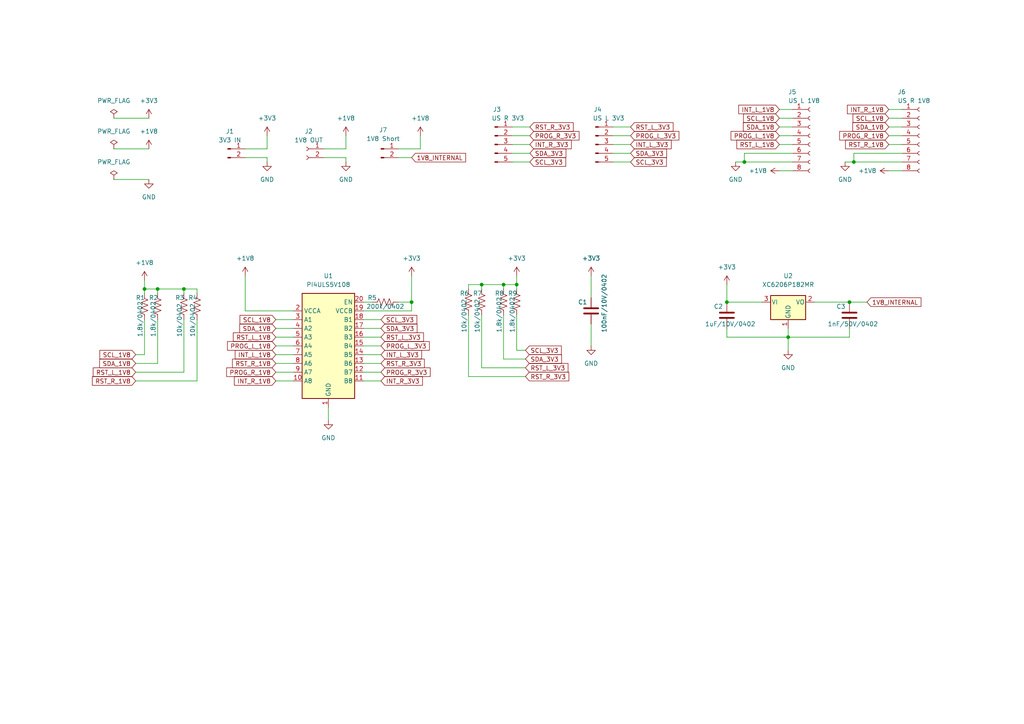
<source format=kicad_sch>
(kicad_sch (version 20211123) (generator eeschema)
  (paper "A4")
  (lib_symbols
    (symbol "Connector:Conn_01x02_Female" (pin_names (offset 1.016) hide)
      (property "Reference" "J" (at 0 2.54 0))
      (property "Value" "Conn_01x02_Female" (at 0 -5.08 0))
      (symbol "Conn_01x02_Female_1_1"
        (arc (start 0 -2.032) (mid -0.508 -2.54) (end 0 -3.048) (stroke (width 0.1524)))
        (polyline (pts (xy -1.27 -2.54) (xy -0.508 -2.54)) (stroke (width 0.1524)))
        (polyline (pts (xy -1.27 0) (xy -0.508 0)) (stroke (width 0.1524)))
        (arc (start 0 0.508) (mid -0.508 0) (end 0 -0.508) (stroke (width 0.1524)))
        (pin passive line (at -5.08 0 0) (length 3.81) (name "Pin_1") (number "1"))
        (pin passive line (at -5.08 -2.54 0) (length 3.81) (name "Pin_2") (number "2"))
      )
    )
    (symbol "Connector:Conn_01x02_Male" (pin_names (offset 1.016) hide)
      (property "Reference" "J" (at 0 2.54 0))
      (property "Value" "Conn_01x02_Male" (at 0 -5.08 0))
      (symbol "Conn_01x02_Male_1_1"
        (polyline (pts (xy 1.27 -2.54) (xy 0.8636 -2.54)) (stroke (width 0.1524)))
        (polyline (pts (xy 1.27 0) (xy 0.8636 0)) (stroke (width 0.1524)))
        (rectangle (start 0.8636 -2.413) (end 0 -2.667) (stroke (width 0.1524)) (fill (type outline)))
        (rectangle (start 0.8636 0.127) (end 0 -0.127) (stroke (width 0.1524)) (fill (type outline)))
        (pin passive line (at 5.08 0 180) (length 3.81) (name "Pin_1") (number "1"))
        (pin passive line (at 5.08 -2.54 180) (length 3.81) (name "Pin_2") (number "2"))
      )
    )
    (symbol "Connector:Conn_01x05_Male" (pin_names (offset 1.016) hide)
      (property "Reference" "J" (at 0 7.62 0))
      (property "Value" "Conn_01x05_Male" (at 0 -7.62 0))
      (symbol "Conn_01x05_Male_1_1"
        (polyline (pts (xy 1.27 -5.08) (xy 0.8636 -5.08)) (stroke (width 0.1524)))
        (polyline (pts (xy 1.27 -2.54) (xy 0.8636 -2.54)) (stroke (width 0.1524)))
        (polyline (pts (xy 1.27 0) (xy 0.8636 0)) (stroke (width 0.1524)))
        (polyline (pts (xy 1.27 2.54) (xy 0.8636 2.54)) (stroke (width 0.1524)))
        (polyline (pts (xy 1.27 5.08) (xy 0.8636 5.08)) (stroke (width 0.1524)))
        (rectangle (start 0.8636 -4.953) (end 0 -5.207) (stroke (width 0.1524)) (fill (type outline)))
        (rectangle (start 0.8636 -2.413) (end 0 -2.667) (stroke (width 0.1524)) (fill (type outline)))
        (rectangle (start 0.8636 0.127) (end 0 -0.127) (stroke (width 0.1524)) (fill (type outline)))
        (rectangle (start 0.8636 2.667) (end 0 2.413) (stroke (width 0.1524)) (fill (type outline)))
        (rectangle (start 0.8636 5.207) (end 0 4.953) (stroke (width 0.1524)) (fill (type outline)))
        (pin passive line (at 5.08 5.08 180) (length 3.81) (name "Pin_1") (number "1"))
        (pin passive line (at 5.08 2.54 180) (length 3.81) (name "Pin_2") (number "2"))
        (pin passive line (at 5.08 0 180) (length 3.81) (name "Pin_3") (number "3"))
        (pin passive line (at 5.08 -2.54 180) (length 3.81) (name "Pin_4") (number "4"))
        (pin passive line (at 5.08 -5.08 180) (length 3.81) (name "Pin_5") (number "5"))
      )
    )
    (symbol "Connector:Conn_01x08_Female" (pin_names (offset 1.016) hide)
      (property "Reference" "J" (at 0 10.16 0))
      (property "Value" "Conn_01x08_Female" (at 0 -12.7 0))
      (symbol "Conn_01x08_Female_1_1"
        (arc (start 0 -9.652) (mid -0.508 -10.16) (end 0 -10.668) (stroke (width 0.1524)))
        (arc (start 0 -7.112) (mid -0.508 -7.62) (end 0 -8.128) (stroke (width 0.1524)))
        (arc (start 0 -4.572) (mid -0.508 -5.08) (end 0 -5.588) (stroke (width 0.1524)))
        (arc (start 0 -2.032) (mid -0.508 -2.54) (end 0 -3.048) (stroke (width 0.1524)))
        (polyline (pts (xy -1.27 -10.16) (xy -0.508 -10.16)) (stroke (width 0.1524)))
        (polyline (pts (xy -1.27 -7.62) (xy -0.508 -7.62)) (stroke (width 0.1524)))
        (polyline (pts (xy -1.27 -5.08) (xy -0.508 -5.08)) (stroke (width 0.1524)))
        (polyline (pts (xy -1.27 -2.54) (xy -0.508 -2.54)) (stroke (width 0.1524)))
        (polyline (pts (xy -1.27 0) (xy -0.508 0)) (stroke (width 0.1524)))
        (polyline (pts (xy -1.27 2.54) (xy -0.508 2.54)) (stroke (width 0.1524)))
        (polyline (pts (xy -1.27 5.08) (xy -0.508 5.08)) (stroke (width 0.1524)))
        (polyline (pts (xy -1.27 7.62) (xy -0.508 7.62)) (stroke (width 0.1524)))
        (arc (start 0 0.508) (mid -0.508 0) (end 0 -0.508) (stroke (width 0.1524)))
        (arc (start 0 3.048) (mid -0.508 2.54) (end 0 2.032) (stroke (width 0.1524)))
        (arc (start 0 5.588) (mid -0.508 5.08) (end 0 4.572) (stroke (width 0.1524)))
        (arc (start 0 8.128) (mid -0.508 7.62) (end 0 7.112) (stroke (width 0.1524)))
        (pin passive line (at -5.08 7.62 0) (length 3.81) (name "Pin_1") (number "1"))
        (pin passive line (at -5.08 5.08 0) (length 3.81) (name "Pin_2") (number "2"))
        (pin passive line (at -5.08 2.54 0) (length 3.81) (name "Pin_3") (number "3"))
        (pin passive line (at -5.08 0 0) (length 3.81) (name "Pin_4") (number "4"))
        (pin passive line (at -5.08 -2.54 0) (length 3.81) (name "Pin_5") (number "5"))
        (pin passive line (at -5.08 -5.08 0) (length 3.81) (name "Pin_6") (number "6"))
        (pin passive line (at -5.08 -7.62 0) (length 3.81) (name "Pin_7") (number "7"))
        (pin passive line (at -5.08 -10.16 0) (length 3.81) (name "Pin_8") (number "8"))
      )
    )
    (symbol "Device:C" (pin_numbers hide) (pin_names (offset 0.254))
      (property "Reference" "C" (at 0.635 2.54 0))
      (property "Value" "C" (at 0.635 -2.54 0))
      (symbol "C_0_1"
        (polyline (pts (xy -2.032 -0.762) (xy 2.032 -0.762)) (stroke (width 0.508)))
        (polyline (pts (xy -2.032 0.762) (xy 2.032 0.762)) (stroke (width 0.508)))
      )
      (symbol "C_1_1"
        (pin passive line (at 0 3.81 270) (length 2.794) (name "~") (number "1"))
        (pin passive line (at 0 -3.81 90) (length 2.794) (name "~") (number "2"))
      )
    )
    (symbol "Device:R_US" (pin_numbers hide) (pin_names (offset 0))
      (property "Reference" "R" (at 2.54 0 90))
      (property "Value" "R_US" (at -2.54 0 90))
      (symbol "R_US_0_1"
        (polyline (pts (xy 0 -2.286) (xy 0 -2.54)))
        (polyline (pts (xy 0 2.286) (xy 0 2.54)))
        (polyline (pts (xy 0 -0.762) (xy 1.016 -1.143) (xy 0 -1.524) (xy -1.016 -1.905) (xy 0 -2.286)))
        (polyline (pts (xy 0 0.762) (xy 1.016 0.381) (xy 0 0) (xy -1.016 -0.381) (xy 0 -0.762)))
        (polyline (pts (xy 0 2.286) (xy 1.016 1.905) (xy 0 1.524) (xy -1.016 1.143) (xy 0 0.762)))
      )
      (symbol "R_US_1_1"
        (pin passive line (at 0 3.81 270) (length 1.27) (name "~") (number "1"))
        (pin passive line (at 0 -3.81 90) (length 1.27) (name "~") (number "2"))
      )
    )
    (symbol "Regulator_Linear:XC6206PxxxMR" (pin_names (offset 0.254))
      (property "Reference" "U" (at -3.81 3.175 0))
      (property "Value" "XC6206PxxxMR" (at 0 3.175 0))
      (symbol "XC6206PxxxMR_0_1"
        (rectangle (start -5.08 1.905) (end 5.08 -5.08) (stroke (width 0.254)) (fill (type background)))
      )
      (symbol "XC6206PxxxMR_1_1"
        (pin power_in line (at 0 -7.62 90) (length 2.54) (name "GND") (number "1"))
        (pin power_out line (at 7.62 0 180) (length 2.54) (name "VO") (number "2"))
        (pin power_in line (at -7.62 0 0) (length 2.54) (name "VI") (number "3"))
      )
    )
    (symbol "Rolling_Custom:PI4ULS5V108"
      (property "Reference" "U" (at 8.89 -6.35 0))
      (property "Value" "PI4ULS5V108" (at 8.89 -8.89 0))
      (symbol "PI4ULS5V108_0_1"
        (rectangle (start -7.62 22.86) (end 7.62 -7.62) (stroke (width 0.254)) (fill (type background)))
      )
      (symbol "PI4ULS5V108_1_1"
        (pin power_in line (at 0 -10.16 90) (length 2.54) (name "GND") (number "1"))
        (pin bidirectional line (at -10.16 -2.54 0) (length 2.54) (name "A8") (number "10"))
        (pin bidirectional line (at 10.16 -2.54 180) (length 2.54) (name "B8") (number "11"))
        (pin bidirectional line (at 10.16 0 180) (length 2.54) (name "B7") (number "12"))
        (pin bidirectional line (at 10.16 2.54 180) (length 2.54) (name "B6") (number "13"))
        (pin bidirectional line (at 10.16 5.08 180) (length 2.54) (name "B5") (number "14"))
        (pin bidirectional line (at 10.16 7.62 180) (length 2.54) (name "B4") (number "15"))
        (pin bidirectional line (at 10.16 10.16 180) (length 2.54) (name "B3") (number "16"))
        (pin bidirectional line (at 10.16 12.7 180) (length 2.54) (name "B2") (number "17"))
        (pin bidirectional line (at 10.16 15.24 180) (length 2.54) (name "B1") (number "18"))
        (pin power_in line (at 10.16 17.78 180) (length 2.54) (name "VCCB") (number "19"))
        (pin power_in line (at -10.16 17.78 0) (length 2.54) (name "VCCA") (number "2"))
        (pin input line (at 10.16 20.32 180) (length 2.54) (name "EN") (number "20"))
        (pin bidirectional line (at -10.16 15.24 0) (length 2.54) (name "A1") (number "3"))
        (pin bidirectional line (at -10.16 12.7 0) (length 2.54) (name "A2") (number "4"))
        (pin bidirectional line (at -10.16 10.16 0) (length 2.54) (name "A3") (number "5"))
        (pin bidirectional line (at -10.16 7.62 0) (length 2.54) (name "A4") (number "6"))
        (pin bidirectional line (at -10.16 5.08 0) (length 2.54) (name "A5") (number "7"))
        (pin bidirectional line (at -10.16 2.54 0) (length 2.54) (name "A6") (number "8"))
        (pin bidirectional line (at -10.16 0 0) (length 2.54) (name "A7") (number "9"))
      )
    )
    (symbol "power:+1V8" (power) (pin_names (offset 0))
      (property "Value" "+1V8" (at 0 3.556 0))
      (symbol "+1V8_0_1"
        (polyline (pts (xy -0.762 1.27) (xy 0 2.54)))
        (polyline (pts (xy 0 0) (xy 0 2.54)))
        (polyline (pts (xy 0 2.54) (xy 0.762 1.27)))
      )
      (symbol "+1V8_1_1"
        (pin power_in line (at 0 0 90) (length 0) hide (name "+1V8") (number "1"))
      )
    )
    (symbol "power:+3V3" (power) (pin_names (offset 0))
      (property "Value" "+3V3" (at 0 3.556 0))
      (symbol "+3V3_0_1"
        (polyline (pts (xy -0.762 1.27) (xy 0 2.54)))
        (polyline (pts (xy 0 0) (xy 0 2.54)))
        (polyline (pts (xy 0 2.54) (xy 0.762 1.27)))
      )
      (symbol "+3V3_1_1"
        (pin power_in line (at 0 0 90) (length 0) hide (name "+3V3") (number "1"))
      )
    )
    (symbol "power:GND" (power) (pin_names (offset 0))
      (property "Value" "GND" (at 0 -3.81 0))
      (symbol "GND_0_1"
        (polyline (pts (xy 0 0) (xy 0 -1.27) (xy 1.27 -1.27) (xy 0 -2.54) (xy -1.27 -1.27) (xy 0 -1.27)))
      )
      (symbol "GND_1_1"
        (pin power_in line (at 0 0 270) (length 0) hide (name "GND") (number "1"))
      )
    )
    (symbol "power:PWR_FLAG" (power) (pin_numbers hide) (pin_names (offset 0) hide)
      (property "Value" "PWR_FLAG" (at 0 3.81 0))
      (symbol "PWR_FLAG_0_0"
        (pin power_out line (at 0 0 90) (length 0) (name "pwr") (number "1"))
      )
      (symbol "PWR_FLAG_0_1"
        (polyline (pts (xy 0 0) (xy 0 1.27) (xy -1.016 1.905) (xy 0 2.54) (xy 1.016 1.905) (xy 0 1.27)))
      )
    )
  )
  (junction (at 215.9 46.99))
  (junction (at 210.82 87.63))
  (junction (at 119.38 87.63))
  (junction (at 41.91 83.82))
  (junction (at 149.86 82.55))
  (junction (at 246.38 87.63))
  (junction (at 146.05 82.55))
  (junction (at 228.6 97.79))
  (junction (at 139.7 82.55))
  (junction (at 45.72 83.82))
  (junction (at 247.65 46.99))
  (junction (at 53.34 83.82))
  (wire (pts (xy 171.45 93.98) (xy 171.45 100.33)))
  (wire (pts (xy 119.38 80.01) (xy 119.38 87.63)))
  (wire (pts (xy 45.72 85.09) (xy 45.72 83.82)))
  (wire (pts (xy 105.41 87.63) (xy 107.95 87.63)))
  (wire (pts (xy 80.01 102.87) (xy 85.09 102.87)))
  (wire (pts (xy 257.81 49.53) (xy 261.62 49.53)))
  (wire (pts (xy 57.15 92.71) (xy 57.15 110.49)))
  (wire (pts (xy 228.6 95.25) (xy 228.6 97.79)))
  (wire (pts (xy 100.33 43.18) (xy 93.98 43.18)))
  (wire (pts (xy 80.01 110.49) (xy 85.09 110.49)))
  (wire (pts (xy 135.89 109.22) (xy 135.89 91.44)))
  (wire (pts (xy 210.82 82.55) (xy 210.82 87.63)))
  (wire (pts (xy 246.38 87.63) (xy 251.46 87.63)))
  (wire (pts (xy 257.81 41.91) (xy 261.62 41.91)))
  (wire (pts (xy 41.91 83.82) (xy 41.91 85.09)))
  (wire (pts (xy 57.15 83.82) (xy 53.34 83.82)))
  (wire (pts (xy 139.7 82.55) (xy 146.05 82.55)))
  (wire (pts (xy 148.59 46.99) (xy 153.67 46.99)))
  (wire (pts (xy 210.82 95.25) (xy 210.82 97.79)))
  (wire (pts (xy 77.47 46.99) (xy 77.47 45.72)))
  (wire (pts (xy 53.34 107.95) (xy 39.37 107.95)))
  (wire (pts (xy 71.12 90.17) (xy 85.09 90.17)))
  (wire (pts (xy 100.33 45.72) (xy 100.33 46.99)))
  (wire (pts (xy 33.02 52.07) (xy 43.18 52.07)))
  (wire (pts (xy 226.06 34.29) (xy 229.87 34.29)))
  (wire (pts (xy 77.47 45.72) (xy 71.12 45.72)))
  (wire (pts (xy 245.11 46.99) (xy 247.65 46.99)))
  (wire (pts (xy 226.06 36.83) (xy 229.87 36.83)))
  (wire (pts (xy 105.41 110.49) (xy 110.49 110.49)))
  (wire (pts (xy 210.82 97.79) (xy 228.6 97.79)))
  (wire (pts (xy 115.57 43.18) (xy 121.92 43.18)))
  (wire (pts (xy 257.81 31.75) (xy 261.62 31.75)))
  (wire (pts (xy 93.98 45.72) (xy 100.33 45.72)))
  (wire (pts (xy 149.86 101.6) (xy 149.86 91.44)))
  (wire (pts (xy 121.92 39.37) (xy 121.92 43.18)))
  (wire (pts (xy 53.34 85.09) (xy 53.34 83.82)))
  (wire (pts (xy 146.05 104.14) (xy 146.05 91.44)))
  (wire (pts (xy 228.6 97.79) (xy 228.6 101.6)))
  (wire (pts (xy 177.8 36.83) (xy 182.88 36.83)))
  (wire (pts (xy 80.01 97.79) (xy 85.09 97.79)))
  (wire (pts (xy 33.02 43.18) (xy 43.18 43.18)))
  (wire (pts (xy 71.12 80.01) (xy 71.12 90.17)))
  (wire (pts (xy 215.9 44.45) (xy 215.9 46.99)))
  (wire (pts (xy 41.91 81.28) (xy 41.91 83.82)))
  (wire (pts (xy 80.01 92.71) (xy 85.09 92.71)))
  (wire (pts (xy 115.57 45.72) (xy 119.38 45.72)))
  (wire (pts (xy 105.41 100.33) (xy 110.49 100.33)))
  (wire (pts (xy 152.4 109.22) (xy 135.89 109.22)))
  (wire (pts (xy 80.01 100.33) (xy 85.09 100.33)))
  (wire (pts (xy 229.87 44.45) (xy 215.9 44.45)))
  (wire (pts (xy 215.9 46.99) (xy 229.87 46.99)))
  (wire (pts (xy 57.15 85.09) (xy 57.15 83.82)))
  (wire (pts (xy 148.59 36.83) (xy 153.67 36.83)))
  (wire (pts (xy 33.02 34.29) (xy 43.18 34.29)))
  (wire (pts (xy 177.8 39.37) (xy 182.88 39.37)))
  (wire (pts (xy 177.8 46.99) (xy 182.88 46.99)))
  (wire (pts (xy 100.33 39.37) (xy 100.33 43.18)))
  (wire (pts (xy 105.41 95.25) (xy 110.49 95.25)))
  (wire (pts (xy 210.82 87.63) (xy 220.98 87.63)))
  (wire (pts (xy 53.34 92.71) (xy 53.34 107.95)))
  (wire (pts (xy 152.4 106.68) (xy 139.7 106.68)))
  (wire (pts (xy 152.4 101.6) (xy 149.86 101.6)))
  (wire (pts (xy 80.01 95.25) (xy 85.09 95.25)))
  (wire (pts (xy 257.81 39.37) (xy 261.62 39.37)))
  (wire (pts (xy 119.38 87.63) (xy 119.38 90.17)))
  (wire (pts (xy 226.06 41.91) (xy 229.87 41.91)))
  (wire (pts (xy 177.8 44.45) (xy 182.88 44.45)))
  (wire (pts (xy 105.41 97.79) (xy 110.49 97.79)))
  (wire (pts (xy 45.72 83.82) (xy 41.91 83.82)))
  (wire (pts (xy 41.91 102.87) (xy 39.37 102.87)))
  (wire (pts (xy 53.34 83.82) (xy 45.72 83.82)))
  (wire (pts (xy 80.01 105.41) (xy 85.09 105.41)))
  (wire (pts (xy 261.62 44.45) (xy 247.65 44.45)))
  (wire (pts (xy 213.36 46.99) (xy 215.9 46.99)))
  (wire (pts (xy 115.57 87.63) (xy 119.38 87.63)))
  (wire (pts (xy 105.41 105.41) (xy 110.49 105.41)))
  (wire (pts (xy 139.7 106.68) (xy 139.7 91.44)))
  (wire (pts (xy 135.89 82.55) (xy 139.7 82.55)))
  (wire (pts (xy 148.59 41.91) (xy 153.67 41.91)))
  (wire (pts (xy 45.72 105.41) (xy 39.37 105.41)))
  (wire (pts (xy 257.81 36.83) (xy 261.62 36.83)))
  (wire (pts (xy 226.06 49.53) (xy 229.87 49.53)))
  (wire (pts (xy 148.59 39.37) (xy 153.67 39.37)))
  (wire (pts (xy 119.38 90.17) (xy 105.41 90.17)))
  (wire (pts (xy 257.81 34.29) (xy 261.62 34.29)))
  (wire (pts (xy 148.59 44.45) (xy 153.67 44.45)))
  (wire (pts (xy 236.22 87.63) (xy 246.38 87.63)))
  (wire (pts (xy 80.01 107.95) (xy 85.09 107.95)))
  (wire (pts (xy 41.91 92.71) (xy 41.91 102.87)))
  (wire (pts (xy 45.72 92.71) (xy 45.72 105.41)))
  (wire (pts (xy 226.06 39.37) (xy 229.87 39.37)))
  (wire (pts (xy 149.86 80.01) (xy 149.86 82.55)))
  (wire (pts (xy 226.06 31.75) (xy 229.87 31.75)))
  (wire (pts (xy 57.15 110.49) (xy 39.37 110.49)))
  (wire (pts (xy 149.86 82.55) (xy 149.86 83.82)))
  (wire (pts (xy 77.47 43.18) (xy 71.12 43.18)))
  (wire (pts (xy 146.05 82.55) (xy 149.86 82.55)))
  (wire (pts (xy 139.7 82.55) (xy 139.7 83.82)))
  (wire (pts (xy 177.8 41.91) (xy 182.88 41.91)))
  (wire (pts (xy 105.41 102.87) (xy 110.49 102.87)))
  (wire (pts (xy 247.65 46.99) (xy 261.62 46.99)))
  (wire (pts (xy 247.65 44.45) (xy 247.65 46.99)))
  (wire (pts (xy 228.6 97.79) (xy 246.38 97.79)))
  (wire (pts (xy 146.05 83.82) (xy 146.05 82.55)))
  (wire (pts (xy 105.41 107.95) (xy 110.49 107.95)))
  (wire (pts (xy 105.41 92.71) (xy 110.49 92.71)))
  (wire (pts (xy 135.89 83.82) (xy 135.89 82.55)))
  (wire (pts (xy 171.45 80.01) (xy 171.45 86.36)))
  (wire (pts (xy 95.25 118.11) (xy 95.25 121.92)))
  (wire (pts (xy 152.4 104.14) (xy 146.05 104.14)))
  (wire (pts (xy 77.47 39.37) (xy 77.47 43.18)))
  (wire (pts (xy 246.38 97.79) (xy 246.38 95.25)))
  (global_label "SCL_1V8" (shape input) (at 39.37 102.87 180) (property "Intersheet References" "${INTERSHEET_REFS}" (effects hide)))
  (global_label "SCL_1V8" (shape input) (at 226.06 34.29 180) (property "Intersheet References" "${INTERSHEET_REFS}" (effects hide)))
  (global_label "RST_L_3V3" (shape input) (at 110.49 97.79 0) (property "Intersheet References" "${INTERSHEET_REFS}" (effects hide)))
  (global_label "PROG_L_3V3" (shape input) (at 182.88 39.37 0) (property "Intersheet References" "${INTERSHEET_REFS}" (effects hide)))
  (global_label "RST_L_3V3" (shape input) (at 152.4 106.68 0) (property "Intersheet References" "${INTERSHEET_REFS}" (effects hide)))
  (global_label "INT_L_1V8" (shape input) (at 80.01 102.87 180) (property "Intersheet References" "${INTERSHEET_REFS}" (effects hide)))
  (global_label "SDA_3V3" (shape input) (at 153.67 44.45 0) (property "Intersheet References" "${INTERSHEET_REFS}" (effects hide)))
  (global_label "1V8_INTERNAL" (shape input) (at 119.38 45.72 0) (property "Intersheet References" "${INTERSHEET_REFS}" (effects hide)))
  (global_label "INT_L_1V8" (shape input) (at 226.06 31.75 180) (property "Intersheet References" "${INTERSHEET_REFS}" (effects hide)))
  (global_label "SDA_3V3" (shape input) (at 152.4 104.14 0) (property "Intersheet References" "${INTERSHEET_REFS}" (effects hide)))
  (global_label "RST_R_1V8" (shape input) (at 257.81 41.91 180) (property "Intersheet References" "${INTERSHEET_REFS}" (effects hide)))
  (global_label "SCL_3V3" (shape input) (at 153.67 46.99 0) (property "Intersheet References" "${INTERSHEET_REFS}" (effects hide)))
  (global_label "PROG_R_3V3" (shape input) (at 153.67 39.37 0) (property "Intersheet References" "${INTERSHEET_REFS}" (effects hide)))
  (global_label "RST_R_3V3" (shape input) (at 153.67 36.83 0) (property "Intersheet References" "${INTERSHEET_REFS}" (effects hide)))
  (global_label "RST_R_3V3" (shape input) (at 152.4 109.22 0) (property "Intersheet References" "${INTERSHEET_REFS}" (effects hide)))
  (global_label "RST_L_1V8" (shape input) (at 226.06 41.91 180) (property "Intersheet References" "${INTERSHEET_REFS}" (effects hide)))
  (global_label "INT_L_3V3" (shape input) (at 182.88 41.91 0) (property "Intersheet References" "${INTERSHEET_REFS}" (effects hide)))
  (global_label "SCL_3V3" (shape input) (at 182.88 46.99 0) (property "Intersheet References" "${INTERSHEET_REFS}" (effects hide)))
  (global_label "RST_R_1V8" (shape input) (at 80.01 105.41 180) (property "Intersheet References" "${INTERSHEET_REFS}" (effects hide)))
  (global_label "RST_L_1V8" (shape input) (at 80.01 97.79 180) (property "Intersheet References" "${INTERSHEET_REFS}" (effects hide)))
  (global_label "RST_R_1V8" (shape input) (at 39.37 110.49 180) (property "Intersheet References" "${INTERSHEET_REFS}" (effects hide)))
  (global_label "RST_R_3V3" (shape input) (at 110.49 105.41 0) (property "Intersheet References" "${INTERSHEET_REFS}" (effects hide)))
  (global_label "PROG_L_1V8" (shape input) (at 226.06 39.37 180) (property "Intersheet References" "${INTERSHEET_REFS}" (effects hide)))
  (global_label "INT_L_3V3" (shape input) (at 110.49 102.87 0) (property "Intersheet References" "${INTERSHEET_REFS}" (effects hide)))
  (global_label "INT_R_1V8" (shape input) (at 80.01 110.49 180) (property "Intersheet References" "${INTERSHEET_REFS}" (effects hide)))
  (global_label "INT_R_1V8" (shape input) (at 257.81 31.75 180) (property "Intersheet References" "${INTERSHEET_REFS}" (effects hide)))
  (global_label "SCL_3V3" (shape input) (at 110.49 92.71 0) (property "Intersheet References" "${INTERSHEET_REFS}" (effects hide)))
  (global_label "1V8_INTERNAL" (shape input) (at 251.46 87.63 0) (property "Intersheet References" "${INTERSHEET_REFS}" (effects hide)))
  (global_label "SCL_3V3" (shape input) (at 152.4 101.6 0) (property "Intersheet References" "${INTERSHEET_REFS}" (effects hide)))
  (global_label "PROG_L_1V8" (shape input) (at 80.01 100.33 180) (property "Intersheet References" "${INTERSHEET_REFS}" (effects hide)))
  (global_label "INT_R_3V3" (shape input) (at 110.49 110.49 0) (property "Intersheet References" "${INTERSHEET_REFS}" (effects hide)))
  (global_label "RST_L_3V3" (shape input) (at 182.88 36.83 0) (property "Intersheet References" "${INTERSHEET_REFS}" (effects hide)))
  (global_label "INT_R_3V3" (shape input) (at 153.67 41.91 0) (property "Intersheet References" "${INTERSHEET_REFS}" (effects hide)))
  (global_label "SDA_1V8" (shape input) (at 39.37 105.41 180) (property "Intersheet References" "${INTERSHEET_REFS}" (effects hide)))
  (global_label "PROG_R_1V8" (shape input) (at 257.81 39.37 180) (property "Intersheet References" "${INTERSHEET_REFS}" (effects hide)))
  (global_label "RST_L_1V8" (shape input) (at 39.37 107.95 180) (property "Intersheet References" "${INTERSHEET_REFS}" (effects hide)))
  (global_label "PROG_R_1V8" (shape input) (at 80.01 107.95 180) (property "Intersheet References" "${INTERSHEET_REFS}" (effects hide)))
  (global_label "PROG_R_3V3" (shape input) (at 110.49 107.95 0) (property "Intersheet References" "${INTERSHEET_REFS}" (effects hide)))
  (global_label "PROG_L_3V3" (shape input) (at 110.49 100.33 0) (property "Intersheet References" "${INTERSHEET_REFS}" (effects hide)))
  (global_label "SDA_1V8" (shape input) (at 257.81 36.83 180) (property "Intersheet References" "${INTERSHEET_REFS}" (effects hide)))
  (global_label "SDA_3V3" (shape input) (at 110.49 95.25 0) (property "Intersheet References" "${INTERSHEET_REFS}" (effects hide)))
  (global_label "SDA_3V3" (shape input) (at 182.88 44.45 0) (property "Intersheet References" "${INTERSHEET_REFS}" (effects hide)))
  (global_label "SCL_1V8" (shape input) (at 80.01 92.71 180) (property "Intersheet References" "${INTERSHEET_REFS}" (effects hide)))
  (global_label "SDA_1V8" (shape input) (at 80.01 95.25 180) (property "Intersheet References" "${INTERSHEET_REFS}" (effects hide)))
  (global_label "SCL_1V8" (shape input) (at 257.81 34.29 180) (property "Intersheet References" "${INTERSHEET_REFS}" (effects hide)))
  (global_label "SDA_1V8" (shape input) (at 226.06 36.83 180) (property "Intersheet References" "${INTERSHEET_REFS}" (effects hide)))
  (symbol (lib_id "Connector:Conn_01x02_Male") (at 110.49 43.18 0) (unit 1)
    (property "Reference" "J7" (at 111.125 37.7003 0))
    (property "Value" "1V8 Short" (at 111.125 40.2403 0))
    (property "Footprint" "Connector_PinHeader_2.54mm:PinHeader_1x02_P2.54mm_Vertical" (effects hide))
  )
  (symbol (lib_id "power:+3V3") (at 171.45 80.01 0) (unit 1)
    (property "Reference" "#PWR0109" (effects hide))
    (property "Value" "+3V3" (at 171.45 74.93 0))
  )
  (symbol (lib_id "power:GND") (at 100.33 46.99 0) (unit 1)
    (property "Reference" "#PWR0115" (effects hide))
    (property "Value" "GND" (at 100.33 52.07 0))
  )
  (symbol (lib_id "Connector:Conn_01x08_Female") (at 234.95 39.37 0) (unit 1)
    (property "Reference" "J5" (at 228.6 26.67 0) (effects (justify left)))
    (property "Value" "US L 1V8" (at 228.6 29.21 0) (effects (justify left)))
    (property "Footprint" "Rolling_Custom:MOLEX_5034800800" (effects hide))
  )
  (symbol (lib_id "power:PWR_FLAG") (at 33.02 43.18 0) (unit 1)
    (property "Reference" "#FLG0101" (effects hide))
    (property "Value" "PWR_FLAG" (at 33.02 38.1 0))
  )
  (symbol (lib_id "power:+3V3") (at 149.86 80.01 0) (unit 1)
    (property "Reference" "#PWR0108" (effects hide))
    (property "Value" "+3V3" (at 149.86 74.93 0))
  )
  (symbol (lib_id "power:GND") (at 213.36 46.99 0) (unit 1)
    (property "Reference" "#PWR0106" (effects hide))
    (property "Value" "GND" (at 213.36 52.07 0))
  )
  (symbol (lib_id "power:GND") (at 77.47 46.99 0) (unit 1)
    (property "Reference" "#PWR0113" (effects hide))
    (property "Value" "GND" (at 77.47 52.07 0))
  )
  (symbol (lib_id "power:+1V8") (at 257.81 49.53 90) (unit 1)
    (property "Reference" "#PWR0103" (effects hide))
    (property "Value" "+1V8" (at 248.92 49.53 90) (effects (justify right)))
  )
  (symbol (lib_id "power:+1V8") (at 121.92 39.37 0) (unit 1)
    (property "Reference" "#PWR0117" (effects hide))
    (property "Value" "+1V8" (at 121.92 34.29 0))
  )
  (symbol (lib_id "Device:C") (at 171.45 90.17 0) (unit 1)
    (property "Reference" "C1" (at 167.64 87.63 0) (effects (justify left)))
    (property "Value" "100nF{slash}10V{slash}0402" (at 175.26 96.52 90) (effects (justify left)))
    (property "Footprint" "Capacitor_SMD:C_0402_1005Metric" (effects hide))
  )
  (symbol (lib_id "power:+1V8") (at 100.33 39.37 0) (unit 1)
    (property "Reference" "#PWR0114" (effects hide))
    (property "Value" "+1V8" (at 100.33 34.29 0))
  )
  (symbol (lib_id "power:PWR_FLAG") (at 33.02 34.29 0) (unit 1)
    (property "Reference" "#FLG0102" (effects hide))
    (property "Value" "PWR_FLAG" (at 33.02 29.21 0))
  )
  (symbol (lib_id "power:+3V3") (at 210.82 82.55 0) (unit 1)
    (property "Reference" "#PWR0116" (effects hide))
    (property "Value" "+3V3" (at 210.82 77.47 0))
  )
  (symbol (lib_id "power:GND") (at 43.18 52.07 0) (unit 1)
    (property "Reference" "#PWR0121" (effects hide))
    (property "Value" "GND" (at 43.18 57.15 0))
  )
  (symbol (lib_id "power:GND") (at 171.45 100.33 0) (unit 1)
    (property "Reference" "#PWR0107" (effects hide))
    (property "Value" "GND" (at 171.45 105.41 0))
  )
  (symbol (lib_id "Regulator_Linear:XC6206PxxxMR") (at 228.6 87.63 0) (unit 1)
    (property "Reference" "U2" (at 228.6 80.01 0))
    (property "Value" "XC6206P182MR" (at 228.6 82.55 0))
    (property "Footprint" "Package_TO_SOT_SMD:SOT-23" (effects hide))
    (property "Datasheet" "https://www.torexsemi.com/file/xc6206/XC6206.pdf" (effects hide))
  )
  (symbol (lib_id "Device:C") (at 210.82 91.44 0) (unit 1)
    (property "Reference" "C2" (at 207.01 88.9 0) (effects (justify left)))
    (property "Value" "1uF{slash}10V{slash}0402" (at 204.47 93.98 0) (effects (justify left)))
    (property "Footprint" "Capacitor_SMD:C_0402_1005Metric" (effects hide))
  )
  (symbol (lib_id "power:GND") (at 95.25 121.92 0) (unit 1)
    (property "Reference" "#PWR0110" (effects hide))
    (property "Value" "GND" (at 95.25 127 0))
  )
  (symbol (lib_id "Device:R_US") (at 149.86 87.63 0) (unit 1)
    (property "Reference" "R9" (at 147.32 85.09 0) (effects (justify left)))
    (property "Value" "1.8k{slash}0402" (at 148.59 96.52 90) (effects (justify left)))
    (property "Footprint" "Resistor_SMD:R_0402_1005Metric" (effects hide))
  )
  (symbol (lib_id "Device:R_US") (at 111.76 87.63 90) (unit 1)
    (property "Reference" "R5" (at 107.95 86.36 90))
    (property "Value" "200k{slash}0402" (at 111.76 88.9 90))
    (property "Footprint" "Resistor_SMD:R_0402_1005Metric" (effects hide))
  )
  (symbol (lib_id "Rolling_Custom:PI4ULS5V108") (at 95.25 107.95 0) (unit 1)
    (property "Reference" "U1" (at 95.25 80.01 0))
    (property "Value" "PI4ULS5V108" (at 95.25 82.55 0))
    (property "Footprint" "Rolling_Custom:DHVQFN20_SOT764-1" (effects hide))
  )
  (symbol (lib_id "Connector:Conn_01x05_Male") (at 143.51 41.91 0) (unit 1)
    (property "Reference" "J3" (at 144.145 31.75 0))
    (property "Value" "US R 3V3" (at 147.32 34.29 0))
    (property "Footprint" "Connector_PinHeader_2.54mm:PinHeader_1x05_P2.54mm_Vertical" (effects hide))
  )
  (symbol (lib_id "power:+3V3") (at 43.18 34.29 0) (unit 1)
    (property "Reference" "#PWR0119" (effects hide))
    (property "Value" "+3V3" (at 43.18 29.21 0))
  )
  (symbol (lib_id "Device:R_US") (at 53.34 88.9 0) (unit 1)
    (property "Reference" "R3" (at 50.8 86.36 0) (effects (justify left)))
    (property "Value" "10k{slash}0402" (at 52.07 97.79 90) (effects (justify left)))
    (property "Footprint" "Resistor_SMD:R_0402_1005Metric" (effects hide))
  )
  (symbol (lib_id "power:+3V3") (at 119.38 80.01 0) (unit 1)
    (property "Reference" "#PWR0111" (effects hide))
    (property "Value" "+3V3" (at 119.38 74.93 0))
  )
  (symbol (lib_id "Device:R_US") (at 146.05 87.63 0) (unit 1)
    (property "Reference" "R8" (at 143.51 85.09 0) (effects (justify left)))
    (property "Value" "1.8k{slash}0402" (at 144.78 96.52 90) (effects (justify left)))
    (property "Footprint" "Resistor_SMD:R_0402_1005Metric" (effects hide))
  )
  (symbol (lib_id "power:PWR_FLAG") (at 33.02 52.07 0) (unit 1)
    (property "Reference" "#FLG0103" (effects hide))
    (property "Value" "PWR_FLAG" (at 33.02 46.99 0))
  )
  (symbol (lib_id "power:+3V3") (at 77.47 39.37 0) (unit 1)
    (property "Reference" "#PWR0112" (effects hide))
    (property "Value" "+3V3" (at 77.47 34.29 0))
  )
  (symbol (lib_id "Connector:Conn_01x02_Male") (at 66.04 43.18 0) (unit 1)
    (property "Reference" "J1" (at 66.675 38.1 0))
    (property "Value" "3V3 IN" (at 66.675 40.64 0))
    (property "Footprint" "Connector_PinHeader_2.54mm:PinHeader_1x02_P2.54mm_Vertical" (effects hide))
  )
  (symbol (lib_id "power:+1V8") (at 71.12 80.01 0) (unit 1)
    (property "Reference" "#PWR0102" (effects hide))
    (property "Value" "+1V8" (at 71.12 74.93 0))
  )
  (symbol (lib_id "Device:R_US") (at 41.91 88.9 0) (unit 1)
    (property "Reference" "R1" (at 39.37 86.36 0) (effects (justify left)))
    (property "Value" "1.8k{slash}0402" (at 40.64 97.79 90) (effects (justify left)))
    (property "Footprint" "Resistor_SMD:R_0402_1005Metric" (effects hide))
  )
  (symbol (lib_id "Device:C") (at 246.38 91.44 0) (unit 1)
    (property "Reference" "C3" (at 242.57 88.9 0) (effects (justify left)))
    (property "Value" "1nF{slash}50V{slash}0402" (at 240.03 93.98 0) (effects (justify left)))
    (property "Footprint" "Capacitor_SMD:C_0402_1005Metric" (effects hide))
  )
  (symbol (lib_id "Device:R_US") (at 57.15 88.9 0) (unit 1)
    (property "Reference" "R4" (at 54.61 86.36 0) (effects (justify left)))
    (property "Value" "10k{slash}0402" (at 55.88 97.79 90) (effects (justify left)))
    (property "Footprint" "Resistor_SMD:R_0402_1005Metric" (effects hide))
  )
  (symbol (lib_id "power:GND") (at 245.11 46.99 0) (unit 1)
    (property "Reference" "#PWR0104" (effects hide))
    (property "Value" "GND" (at 245.11 52.07 0))
  )
  (symbol (lib_id "Connector:Conn_01x02_Female") (at 88.9 43.18 0) (mirror y) (unit 1)
    (property "Reference" "J2" (at 89.535 38.1 0))
    (property "Value" "1V8 OUT" (at 89.535 40.64 0))
    (property "Footprint" "Connector_PinHeader_2.54mm:PinHeader_1x02_P2.54mm_Vertical" (effects hide))
  )
  (symbol (lib_id "power:+1V8") (at 43.18 43.18 0) (unit 1)
    (property "Reference" "#PWR0120" (effects hide))
    (property "Value" "+1V8" (at 43.18 38.1 0))
  )
  (symbol (lib_id "power:+1V8") (at 226.06 49.53 90) (unit 1)
    (property "Reference" "#PWR0105" (effects hide))
    (property "Value" "+1V8" (at 217.17 49.53 90) (effects (justify right)))
  )
  (symbol (lib_id "power:+1V8") (at 41.91 81.28 0) (unit 1)
    (property "Reference" "#PWR0101" (effects hide))
    (property "Value" "+1V8" (at 41.91 76.2 0))
  )
  (symbol (lib_id "Connector:Conn_01x05_Male") (at 172.72 41.91 0) (unit 1)
    (property "Reference" "J4" (at 173.355 31.75 0))
    (property "Value" "US L 3V3" (at 176.53 34.29 0))
    (property "Footprint" "Connector_PinHeader_2.54mm:PinHeader_1x05_P2.54mm_Vertical" (effects hide))
  )
  (symbol (lib_id "Device:R_US") (at 45.72 88.9 0) (unit 1)
    (property "Reference" "R2" (at 43.18 86.36 0) (effects (justify left)))
    (property "Value" "1.8k{slash}0402" (at 44.45 97.79 90) (effects (justify left)))
    (property "Footprint" "Resistor_SMD:R_0402_1005Metric" (effects hide))
  )
  (symbol (lib_id "Connector:Conn_01x08_Female") (at 266.7 39.37 0) (unit 1)
    (property "Reference" "J6" (at 260.35 26.67 0) (effects (justify left)))
    (property "Value" "US R 1V8" (at 260.35 29.21 0) (effects (justify left)))
    (property "Footprint" "Rolling_Custom:MOLEX_5034800800" (effects hide))
  )
  (symbol (lib_id "Device:R_US") (at 139.7 87.63 0) (unit 1)
    (property "Reference" "R7" (at 137.16 85.09 0) (effects (justify left)))
    (property "Value" "10k{slash}0402" (at 138.43 96.52 90) (effects (justify left)))
    (property "Footprint" "Resistor_SMD:R_0402_1005Metric" (effects hide))
  )
  (symbol (lib_id "Device:R_US") (at 135.89 87.63 0) (unit 1)
    (property "Reference" "R6" (at 133.35 85.09 0) (effects (justify left)))
    (property "Value" "10k{slash}0402" (at 134.62 96.52 90) (effects (justify left)))
    (property "Footprint" "Resistor_SMD:R_0402_1005Metric" (effects hide))
  )
  (symbol (lib_id "power:GND") (at 228.6 101.6 0) (unit 1)
    (property "Reference" "#PWR0118" (effects hide))
    (property "Value" "GND" (at 228.6 106.68 0))
  )
)
</source>
